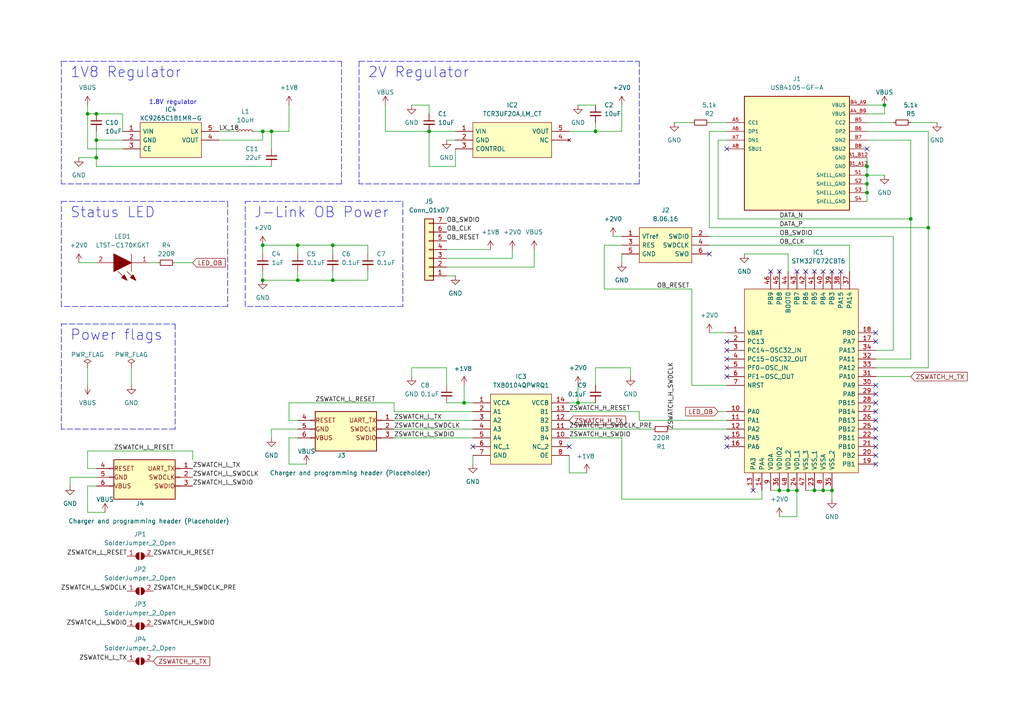
<source format=kicad_sch>
(kicad_sch (version 20211123) (generator eeschema)
  (paper "A4")
  (title_block (title "ZSWatch Dock Programmer and Charger") (rev "1") (company "Jakob Krantz"))
  (lib_symbols
    (symbol "Connector_Generic:Conn_01x07" (pin_names (offset 1.016) hide)
      (property "Reference" "J" (at 0 10.16 0))
      (property "Value" "Conn_01x07" (at 0 -10.16 0))
      (symbol "Conn_01x07_1_1"
        (rectangle (start -1.27 -7.493) (end 0 -7.747) (stroke (width 0.1524)))
        (rectangle (start -1.27 -4.953) (end 0 -5.207) (stroke (width 0.1524)))
        (rectangle (start -1.27 -2.413) (end 0 -2.667) (stroke (width 0.1524)))
        (rectangle (start -1.27 0.127) (end 0 -0.127) (stroke (width 0.1524)))
        (rectangle (start -1.27 2.667) (end 0 2.413) (stroke (width 0.1524)))
        (rectangle (start -1.27 5.207) (end 0 4.953) (stroke (width 0.1524)))
        (rectangle (start -1.27 7.747) (end 0 7.493) (stroke (width 0.1524)))
        (rectangle (start -1.27 8.89) (end 1.27 -8.89) (stroke (width 0.254)) (fill (type background)))
        (pin passive line (at -5.08 7.62 0) (length 3.81) (name "Pin_1") (number "1"))
        (pin passive line (at -5.08 5.08 0) (length 3.81) (name "Pin_2") (number "2"))
        (pin passive line (at -5.08 2.54 0) (length 3.81) (name "Pin_3") (number "3"))
        (pin passive line (at -5.08 0 0) (length 3.81) (name "Pin_4") (number "4"))
        (pin passive line (at -5.08 -2.54 0) (length 3.81) (name "Pin_5") (number "5"))
        (pin passive line (at -5.08 -5.08 0) (length 3.81) (name "Pin_6") (number "6"))
        (pin passive line (at -5.08 -7.62 0) (length 3.81) (name "Pin_7") (number "7"))
      )
    )
    (symbol "Connector_Generic:Conn_02x04_Counter_Clockwise" (pin_names (offset 1.016) hide)
      (property "Reference" "J?" (at 0 7.62 0))
      (property "Value" "Charger and programming header (Placeholder)" (at 2.54 10.16 0))
      (symbol "Conn_02x04_Counter_Clockwise_0_0"
        (text "GND" (at 5.08 0 0) (effects (font (size 1.27 1.27)) (justify right)))
        (text "RESET" (at 5.08 2.54 0) (effects (font (size 1.27 1.27)) (justify right)))
        (text "SWDCLK" (at -12.7 0 0) (effects (font (size 1.27 1.27)) (justify left)))
        (text "SWDIO" (at -12.7 -2.54 0) (effects (font (size 1.27 1.27)) (justify left)))
        (text "UART_TX" (at -12.7 2.54 0) (effects (font (size 1.27 1.27)) (justify left)))
        (text "VBUS" (at 5.08 -2.54 0) (effects (font (size 1.27 1.27)) (justify right)))
      )
      (symbol "Conn_02x04_Counter_Clockwise_1_1"
        (rectangle (start -13.97 -2.413) (end -12.7 -2.667) (stroke (width 0.1524)))
        (rectangle (start -13.97 0.127) (end -12.7 -0.127) (stroke (width 0.1524)))
        (rectangle (start -13.97 2.667) (end -12.7 2.413) (stroke (width 0.1524)))
        (rectangle (start -12.7 5.08) (end 5.08 -6.35) (stroke (width 0.254)) (fill (type background)))
        (rectangle (start 6.35 -2.413) (end 5.08 -2.667) (stroke (width 0.1524)))
        (rectangle (start 6.35 0.127) (end 5.08 -0.127) (stroke (width 0.1524)))
        (rectangle (start 6.35 2.667) (end 5.08 2.413) (stroke (width 0.1524)))
        (pin passive line (at -17.78 2.54 0) (length 3.81) (name "Pin_1") (number "1"))
        (pin passive line (at -17.78 0 0) (length 3.81) (name "Pin_2") (number "2"))
        (pin passive line (at -17.78 -2.54 0) (length 3.81) (name "Pin_3") (number "3"))
        (pin passive line (at 10.16 2.54 180) (length 3.81) (name "Pin_4") (number "4"))
        (pin passive line (at 10.16 0 180) (length 3.81) (name "Pin_5") (number "5"))
        (pin passive line (at 10.16 -2.54 180) (length 3.81) (name "Pin_6") (number "6"))
      )
    )
    (symbol "Device:C_Small" (pin_numbers hide) (pin_names (offset 0.254) hide)
      (property "Reference" "C" (at 0.254 1.778 0))
      (property "Value" "C_Small" (at 0.254 -2.032 0))
      (symbol "C_Small_0_1"
        (polyline (pts (xy -1.524 -0.508) (xy 1.524 -0.508)) (stroke (width 0.3302)))
        (polyline (pts (xy -1.524 0.508) (xy 1.524 0.508)) (stroke (width 0.3048)))
      )
      (symbol "C_Small_1_1"
        (pin passive line (at 0 2.54 270) (length 2.032) (name "~") (number "1"))
        (pin passive line (at 0 -2.54 90) (length 2.032) (name "~") (number "2"))
      )
    )
    (symbol "Device:L_Small" (pin_numbers hide) (pin_names (offset 0.254) hide)
      (property "Reference" "L" (at 0.762 1.016 0))
      (property "Value" "L_Small" (at 0.762 -1.016 0))
      (symbol "L_Small_0_1"
        (arc (start 0 -2.032) (mid 0.508 -1.524) (end 0 -1.016))
        (arc (start 0 -1.016) (mid 0.508 -0.508) (end 0 0))
        (arc (start 0 0) (mid 0.508 0.508) (end 0 1.016))
        (arc (start 0 1.016) (mid 0.508 1.524) (end 0 2.032))
      )
      (symbol "L_Small_1_1"
        (pin passive line (at 0 2.54 270) (length 0.508) (name "~") (number "1"))
        (pin passive line (at 0 -2.54 90) (length 0.508) (name "~") (number "2"))
      )
    )
    (symbol "Device:R_Small" (pin_numbers hide) (pin_names (offset 0.254) hide)
      (property "Reference" "R" (at 0.762 0.508 0))
      (property "Value" "R_Small" (at 0.762 -1.016 0))
      (symbol "R_Small_0_1"
        (rectangle (start -0.762 1.778) (end 0.762 -1.778) (stroke (width 0.2032)))
      )
      (symbol "R_Small_1_1"
        (pin passive line (at 0 2.54 270) (length 0.762) (name "~") (number "1"))
        (pin passive line (at 0 -2.54 90) (length 0.762) (name "~") (number "2"))
      )
    )
    (symbol "Jumper:SolderJumper_2_Open" (pin_names (offset 0) hide)
      (property "Reference" "JP" (at 0 2.032 0))
      (property "Value" "SolderJumper_2_Open" (at 0 -2.54 0))
      (symbol "SolderJumper_2_Open_0_1"
        (arc (start -0.254 1.016) (mid -1.27 0) (end -0.254 -1.016))
        (arc (start -0.254 1.016) (mid -1.27 0) (end -0.254 -1.016) (fill (type outline)))
        (polyline (pts (xy -0.254 1.016) (xy -0.254 -1.016)))
        (polyline (pts (xy 0.254 1.016) (xy 0.254 -1.016)))
        (arc (start 0.254 -1.016) (mid 1.27 0) (end 0.254 1.016))
        (arc (start 0.254 -1.016) (mid 1.27 0) (end 0.254 1.016) (fill (type outline)))
      )
      (symbol "SolderJumper_2_Open_1_1"
        (pin passive line (at -3.81 0 0) (length 2.54) (name "A") (number "1"))
        (pin passive line (at 3.81 0 180) (length 2.54) (name "B") (number "2"))
      )
    )
    (symbol "SamacSys_Parts:8.06.16" (pin_names (offset 0.762))
      (property "Reference" "J2" (at 10.16 7.62 0))
      (property "Value" "8.06.16" (at 10.16 5.08 0))
      (symbol "8.06.16_0_0"
        (pin passive line (at -5.08 0 0) (length 5.08) (name "VTref") (number "1"))
        (pin passive line (at 20.32 0 180) (length 5.08) (name "SWDIO") (number "2"))
        (pin passive line (at -5.08 -2.54 0) (length 5.08) (name "RES") (number "3"))
        (pin passive line (at 20.32 -2.54 180) (length 5.08) (name "SWDCLK") (number "4"))
        (pin passive line (at -5.08 -5.08 0) (length 5.08) (name "GND") (number "5"))
        (pin passive line (at 20.32 -5.08 180) (length 5.08) (name "SWO") (number "6"))
      )
      (symbol "8.06.16_0_1"
        (polyline (pts (xy 0 2.54) (xy 15.24 2.54) (xy 15.24 -7.62) (xy 0 -7.62) (xy 0 2.54)) (stroke (width 0.1524)) (fill (type background)))
      )
    )
    (symbol "SamacSys_Parts:LTST-C170KGKT" (pin_names (offset 0.762))
      (property "Reference" "LED" (at 12.7 8.89 0))
      (property "Value" "LTST-C170KGKT" (at 12.7 6.35 0))
      (symbol "LTST-C170KGKT_0_0"
        (pin passive line (at 0 0 0) (length 2.54) (name "~") (number "1"))
        (pin passive line (at 15.24 0 180) (length 2.54) (name "~") (number "2"))
      )
      (symbol "LTST-C170KGKT_0_1"
        (polyline (pts (xy 2.54 0) (xy 5.08 0)) (stroke (width 0.1524)))
        (polyline (pts (xy 5.08 2.54) (xy 5.08 -2.54)) (stroke (width 0.1524)))
        (polyline (pts (xy 6.35 2.54) (xy 3.81 5.08)) (stroke (width 0.1524)))
        (polyline (pts (xy 8.89 2.54) (xy 6.35 5.08)) (stroke (width 0.1524)))
        (polyline (pts (xy 10.16 0) (xy 12.7 0)) (stroke (width 0.1524)))
        (polyline (pts (xy 5.08 0) (xy 10.16 2.54) (xy 10.16 -2.54) (xy 5.08 0)) (stroke (width 0.254)) (fill (type outline)))
        (polyline (pts (xy 5.334 4.318) (xy 4.572 3.556) (xy 3.81 5.08) (xy 5.334 4.318)) (stroke (width 0.254)) (fill (type outline)))
        (polyline (pts (xy 7.874 4.318) (xy 7.112 3.556) (xy 6.35 5.08) (xy 7.874 4.318)) (stroke (width 0.254)) (fill (type outline)))
      )
    )
    (symbol "SamacSys_Parts:STM32F072CBT6" (pin_names (offset 0.762))
      (property "Reference" "IC1" (at 22.86 22.86 0))
      (property "Value" "STM32F072CBT6" (at 22.86 20.32 0))
      (symbol "STM32F072CBT6_0_0"
        (pin passive line (at 0 0 0) (length 5.08) (name "VBAT") (number "1"))
        (pin passive line (at 0 -22.86 0) (length 5.08) (name "PA0") (number "10"))
        (pin passive line (at 0 -25.4 0) (length 5.08) (name "PA1") (number "11"))
        (pin passive line (at 0 -27.94 0) (length 5.08) (name "PA2") (number "12"))
        (pin passive line (at 7.62 -45.72 90) (length 5.08) (name "PA3") (number "13"))
        (pin passive line (at 10.16 -45.72 90) (length 5.08) (name "PA4") (number "14"))
        (pin passive line (at 0 -30.48 0) (length 5.08) (name "PA5") (number "15"))
        (pin passive line (at 0 -33.02 0) (length 5.08) (name "PA6") (number "16"))
        (pin passive line (at 43.18 -2.54 180) (length 5.08) (name "PA7") (number "17"))
        (pin passive line (at 43.18 0 180) (length 5.08) (name "PB0") (number "18"))
        (pin passive line (at 43.18 -38.1 180) (length 5.08) (name "PB1") (number "19"))
        (pin passive line (at 0 -2.54 0) (length 5.08) (name "PC13") (number "2"))
        (pin passive line (at 43.18 -35.56 180) (length 5.08) (name "PB2") (number "20"))
        (pin passive line (at 43.18 -33.02 180) (length 5.08) (name "PB10") (number "21"))
        (pin passive line (at 43.18 -30.48 180) (length 5.08) (name "PB11") (number "22"))
        (pin passive line (at 25.4 -45.72 90) (length 5.08) (name "VSS_1") (number "23"))
        (pin passive line (at 20.32 -45.72 90) (length 5.08) (name "VDD_1") (number "24"))
        (pin passive line (at 43.18 -27.94 180) (length 5.08) (name "PB12") (number "25"))
        (pin passive line (at 43.18 -25.4 180) (length 5.08) (name "PB13") (number "26"))
        (pin passive line (at 43.18 -22.86 180) (length 5.08) (name "PB14") (number "27"))
        (pin passive line (at 43.18 -20.32 180) (length 5.08) (name "PB15") (number "28"))
        (pin passive line (at 43.18 -17.78 180) (length 5.08) (name "PA8") (number "29"))
        (pin passive line (at 0 -5.08 0) (length 5.08) (name "PC14-OSC32_IN") (number "3"))
        (pin passive line (at 43.18 -15.24 180) (length 5.08) (name "PA9") (number "30"))
        (pin passive line (at 43.18 -12.7 180) (length 5.08) (name "PA10") (number "31"))
        (pin passive line (at 43.18 -7.62 180) (length 5.08) (name "PA11") (number "32"))
        (pin passive line (at 43.18 -10.16 180) (length 5.08) (name "PA12") (number "33"))
        (pin passive line (at 43.18 -5.08 180) (length 5.08) (name "PA13") (number "34"))
        (pin passive line (at 30.48 -45.72 90) (length 5.08) (name "VSS_2") (number "35"))
        (pin passive line (at 15.24 -45.72 90) (length 5.08) (name "VDDIO2") (number "36"))
        (pin passive line (at 35.56 17.78 270) (length 5.08) (name "PA14") (number "37"))
        (pin passive line (at 33.02 17.78 270) (length 5.08) (name "PA15") (number "38"))
        (pin passive line (at 30.48 17.78 270) (length 5.08) (name "PB3") (number "39"))
        (pin passive line (at 0 -7.62 0) (length 5.08) (name "PC15-OSC32_OUT") (number "4"))
        (pin passive line (at 27.94 17.78 270) (length 5.08) (name "PB4") (number "40"))
        (pin passive line (at 25.4 17.78 270) (length 5.08) (name "PB5") (number "41"))
        (pin passive line (at 22.86 17.78 270) (length 5.08) (name "PB6") (number "42"))
        (pin passive line (at 20.32 17.78 270) (length 5.08) (name "PB7") (number "43"))
        (pin passive line (at 17.78 17.78 270) (length 5.08) (name "BOOT0") (number "44"))
        (pin passive line (at 15.24 17.78 270) (length 5.08) (name "PB8") (number "45"))
        (pin passive line (at 12.7 17.78 270) (length 5.08) (name "PB9") (number "46"))
        (pin passive line (at 22.86 -45.72 90) (length 5.08) (name "VSS_3") (number "47"))
        (pin passive line (at 17.78 -45.72 90) (length 5.08) (name "VDD_2") (number "48"))
        (pin passive line (at 0 -10.16 0) (length 5.08) (name "PF0-OSC_IN") (number "5"))
        (pin passive line (at 0 -12.7 0) (length 5.08) (name "PF1-OSC_OUT") (number "6"))
        (pin passive line (at 0 -15.24 0) (length 5.08) (name "NRST") (number "7"))
        (pin passive line (at 27.94 -45.72 90) (length 5.08) (name "VSSA") (number "8"))
        (pin passive line (at 12.7 -45.72 90) (length 5.08) (name "VDDA") (number "9"))
      )
      (symbol "STM32F072CBT6_0_1"
        (polyline (pts (xy 5.08 12.7) (xy 38.1 12.7) (xy 38.1 -40.64) (xy 5.08 -40.64) (xy 5.08 12.7)) (stroke (width 0.1524)) (fill (type background)))
      )
    )
    (symbol "SamacSys_Parts:TCR3UF20A,LM_CT" (pin_names (offset 0.762))
      (property "Reference" "IC2" (at 16.51 7.62 0))
      (property "Value" "TCR3UF20A,LM_CT" (at 16.51 5.08 0))
      (symbol "TCR3UF20A,LM_CT_0_0"
        (pin passive line (at 0 0 0) (length 5.08) (name "VIN") (number "1"))
        (pin passive line (at 0 -2.54 0) (length 5.08) (name "GND") (number "2"))
        (pin passive line (at 0 -5.08 0) (length 5.08) (name "CONTROL") (number "3"))
        (pin no_connect line (at 33.02 -2.54 180) (length 5.08) (name "NC") (number "4"))
        (pin power_out line (at 33.02 0 180) (length 5.08) (name "VOUT") (number "5"))
      )
      (symbol "TCR3UF20A,LM_CT_0_1"
        (polyline (pts (xy 5.08 2.54) (xy 27.94 2.54) (xy 27.94 -7.62) (xy 5.08 -7.62) (xy 5.08 2.54)) (stroke (width 0.1524)) (fill (type background)))
      )
    )
    (symbol "SamacSys_Parts:TXB0104QPWRQ1" (pin_names (offset 0.762))
      (property "Reference" "IC?" (at 13.97 7.62 0))
      (property "Value" "TXB0104QPWRQ1" (at 13.97 5.08 0))
      (symbol "TXB0104QPWRQ1_0_0"
        (pin passive line (at 0 0 0) (length 5.08) (name "VCCA") (number "1"))
        (pin passive line (at 27.94 -10.16 180) (length 5.08) (name "B4") (number "10"))
        (pin passive line (at 27.94 -7.62 180) (length 5.08) (name "B3") (number "11"))
        (pin passive line (at 27.94 -5.08 180) (length 5.08) (name "B2") (number "12"))
        (pin passive line (at 27.94 -2.54 180) (length 5.08) (name "B1") (number "13"))
        (pin passive line (at 27.94 0 180) (length 5.08) (name "VCCB") (number "14"))
        (pin passive line (at 0 -2.54 0) (length 5.08) (name "A1") (number "2"))
        (pin passive line (at 0 -5.08 0) (length 5.08) (name "A2") (number "3"))
        (pin passive line (at 0 -7.62 0) (length 5.08) (name "A3") (number "4"))
        (pin passive line (at 0 -10.16 0) (length 5.08) (name "A4") (number "5"))
        (pin passive line (at 0 -12.7 0) (length 5.08) (name "NC_1") (number "6"))
        (pin passive line (at 0 -15.24 0) (length 5.08) (name "GND") (number "7"))
        (pin passive line (at 27.94 -15.24 180) (length 5.08) (name "OE") (number "8"))
        (pin passive line (at 27.94 -12.7 180) (length 5.08) (name "NC_2") (number "9"))
      )
      (symbol "TXB0104QPWRQ1_0_1"
        (polyline (pts (xy 5.08 2.54) (xy 22.86 2.54) (xy 22.86 -17.78) (xy 5.08 -17.78) (xy 5.08 2.54)) (stroke (width 0.1524)) (fill (type background)))
      )
    )
    (symbol "SamacSys_Parts:XC9265C181MR-G" (pin_names (offset 0.762))
      (property "Reference" "IC2" (at 13.97 6.35 0))
      (property "Value" "XC9265C181MR-G" (at 13.97 3.81 0))
      (symbol "XC9265C181MR-G_0_0"
        (pin passive line (at 0 0 0) (length 5.08) (name "VIN") (number "1"))
        (pin passive line (at 0 -2.54 0) (length 5.08) (name "GND") (number "2"))
        (pin passive line (at 0 -5.08 0) (length 5.08) (name "CE") (number "3"))
        (pin power_out line (at 27.94 -2.54 180) (length 5.08) (name "VOUT") (number "4"))
        (pin passive line (at 27.94 0 180) (length 5.08) (name "LX") (number "5"))
      )
      (symbol "XC9265C181MR-G_0_1"
        (polyline (pts (xy 5.08 2.54) (xy 22.86 2.54) (xy 22.86 -7.62) (xy 5.08 -7.62) (xy 5.08 2.54)) (stroke (width 0.1524)) (fill (type background)))
      )
    )
    (symbol "USB4105-GF-A:USB4105-GF-A" (pin_names (offset 1.016))
      (property "Reference" "J1" (at 0 17.78 0))
      (property "Value" "USB4105-GF-A" (at 0 15.24 0))
      (symbol "USB4105-GF-A_0_0"
        (rectangle (start -15.24 12.7) (end 15.24 -20.32) (stroke (width 0.254)) (fill (type background)))
        (pin power_in line (at 20.32 -5.08 180) (length 5.08) (name "GND") (number "A1_B12"))
        (pin power_in line (at 20.32 7.62 180) (length 5.08) (name "VBUS") (number "A4_B9"))
        (pin bidirectional line (at -20.32 5.08 0) (length 5.08) (name "CC1") (number "A5"))
        (pin bidirectional line (at -20.32 2.54 0) (length 5.08) (name "DP1") (number "A6"))
        (pin bidirectional line (at -20.32 0 0) (length 5.08) (name "DN1") (number "A7"))
        (pin bidirectional line (at -20.32 -2.54 0) (length 5.08) (name "SBU1") (number "A8"))
        (pin power_in line (at 20.32 -7.62 180) (length 5.08) (name "GND") (number "B1_A12"))
        (pin power_in line (at 20.32 10.16 180) (length 5.08) (name "VBUS") (number "B4_A9"))
        (pin bidirectional line (at 20.32 5.08 180) (length 5.08) (name "CC2") (number "B5"))
        (pin bidirectional line (at 20.32 2.54 180) (length 5.08) (name "DP2") (number "B6"))
        (pin bidirectional line (at 20.32 0 180) (length 5.08) (name "DN2") (number "B7"))
        (pin bidirectional line (at 20.32 -2.54 180) (length 5.08) (name "SBU2") (number "B8"))
        (pin power_in line (at 20.32 -10.16 180) (length 5.08) (name "SHELL_GND") (number "S1"))
        (pin power_in line (at 20.32 -12.7 180) (length 5.08) (name "SHELL_GND") (number "S2"))
        (pin power_in line (at 20.32 -15.24 180) (length 5.08) (name "SHELL_GND") (number "S3"))
        (pin power_in line (at 20.32 -17.78 180) (length 5.08) (name "SHELL_GND") (number "S4"))
      )
    )
    (symbol "power:+1V8" (power) (pin_names (offset 0))
      (property "Value" "+1V8" (at 0 3.556 0))
      (symbol "+1V8_0_1"
        (polyline (pts (xy -0.762 1.27) (xy 0 2.54)))
        (polyline (pts (xy 0 0) (xy 0 2.54)))
        (polyline (pts (xy 0 2.54) (xy 0.762 1.27)))
      )
      (symbol "+1V8_1_1"
        (pin power_in line (at 0 0 90) (length 0) hide (name "+1V8") (number "1"))
      )
    )
    (symbol "power:+2V0" (power) (pin_names (offset 0))
      (property "Value" "+2V0" (at 0 3.556 0))
      (symbol "+2V0_0_1"
        (polyline (pts (xy -0.762 1.27) (xy 0 2.54)))
        (polyline (pts (xy 0 0) (xy 0 2.54)))
        (polyline (pts (xy 0 2.54) (xy 0.762 1.27)))
      )
      (symbol "+2V0_1_1"
        (pin power_in line (at 0 0 90) (length 0) hide (name "+2V0") (number "1"))
      )
    )
    (symbol "power:GND" (power) (pin_names (offset 0))
      (property "Value" "GND" (at 0 -3.81 0))
      (symbol "GND_0_1"
        (polyline (pts (xy 0 0) (xy 0 -1.27) (xy 1.27 -1.27) (xy 0 -2.54) (xy -1.27 -1.27) (xy 0 -1.27)))
      )
      (symbol "GND_1_1"
        (pin power_in line (at 0 0 270) (length 0) hide (name "GND") (number "1"))
      )
    )
    (symbol "power:PWR_FLAG" (power) (pin_numbers hide) (pin_names (offset 0) hide)
      (property "Value" "PWR_FLAG" (at 0 3.81 0))
      (symbol "PWR_FLAG_0_0"
        (pin power_out line (at 0 0 90) (length 0) (name "pwr") (number "1"))
      )
      (symbol "PWR_FLAG_0_1"
        (polyline (pts (xy 0 0) (xy 0 1.27) (xy -1.016 1.905) (xy 0 2.54) (xy 1.016 1.905) (xy 0 1.27)))
      )
    )
    (symbol "power:VBUS" (power) (pin_names (offset 0))
      (property "Value" "VBUS" (at 0 3.81 0))
      (symbol "VBUS_0_1"
        (polyline (pts (xy -0.762 1.27) (xy 0 2.54)))
        (polyline (pts (xy 0 0) (xy 0 2.54)))
        (polyline (pts (xy 0 2.54) (xy 0.762 1.27)))
      )
      (symbol "VBUS_1_1"
        (pin power_in line (at 0 0 90) (length 0) hide (name "VBUS") (number "1"))
      )
    )
  )
  (junction (at 86.36 71.12))
  (junction (at 86.36 81.28))
  (junction (at 96.52 81.28))
  (junction (at 251.46 48.26))
  (junction (at 167.64 116.84))
  (junction (at 172.72 38.1))
  (junction (at 27.94 40.64))
  (junction (at 134.62 116.84))
  (junction (at 236.22 142.24))
  (junction (at 76.2 38.1))
  (junction (at 96.52 71.12))
  (junction (at 226.06 142.24))
  (junction (at 76.2 71.12))
  (junction (at 228.6 142.24))
  (junction (at 251.46 50.8))
  (junction (at 269.24 66.04))
  (junction (at 27.94 33.02))
  (junction (at 256.54 30.48))
  (junction (at 231.14 142.24))
  (junction (at 124.46 38.1))
  (junction (at 78.74 38.1))
  (junction (at 264.16 63.5))
  (junction (at 76.2 81.28))
  (junction (at 251.46 55.88))
  (junction (at 27.94 45.72))
  (junction (at 251.46 53.34))
  (junction (at 241.3 142.24))
  (junction (at 238.76 142.24))
  (junction (at 25.4 33.02))
  (no_connect (at 210.82 127))
  (no_connect (at 210.82 129.54))
  (no_connect (at 254 99.06))
  (no_connect (at 243.84 78.74))
  (no_connect (at 238.76 78.74))
  (no_connect (at 233.68 78.74))
  (no_connect (at 226.06 78.74))
  (no_connect (at 231.14 78.74))
  (no_connect (at 236.22 78.74))
  (no_connect (at 223.52 78.74))
  (no_connect (at 241.3 78.74))
  (no_connect (at 218.44 142.24))
  (no_connect (at 210.82 109.22))
  (no_connect (at 210.82 106.68))
  (no_connect (at 210.82 101.6))
  (no_connect (at 210.82 104.14))
  (no_connect (at 210.82 99.06))
  (no_connect (at 137.16 129.54))
  (no_connect (at 165.1 129.54))
  (no_connect (at 205.74 73.66))
  (no_connect (at 254 124.46))
  (no_connect (at 254 121.92))
  (no_connect (at 254 134.62))
  (no_connect (at 254 129.54))
  (no_connect (at 254 119.38))
  (no_connect (at 254 111.76))
  (no_connect (at 254 96.52))
  (no_connect (at 254 116.84))
  (no_connect (at 254 114.3))
  (no_connect (at 254 132.08))
  (no_connect (at 254 127))
  (no_connect (at 210.82 43.18))
  (no_connect (at 251.46 43.18))
  (wire (pts (xy 182.88 106.68) (xy 182.88 109.22)))
  (wire (pts (xy 27.94 45.72) (xy 27.94 48.26)))
  (wire (pts (xy 25.4 106.68) (xy 25.4 111.76)))
  (wire (pts (xy 172.72 35.56) (xy 172.72 38.1)))
  (wire (pts (xy 205.74 71.12) (xy 246.38 71.12)))
  (wire (pts (xy 78.74 38.1) (xy 83.82 38.1)))
  (wire (pts (xy 172.72 106.68) (xy 182.88 106.68)))
  (wire (pts (xy 124.46 48.26) (xy 132.08 48.26)))
  (wire (pts (xy 76.2 40.64) (xy 76.2 38.1)))
  (wire (pts (xy 35.56 38.1) (xy 35.56 33.02)))
  (wire (pts (xy 78.74 124.46) (xy 78.74 127)))
  (wire (pts (xy 208.28 40.64) (xy 208.28 63.5)))
  (polyline (pts (xy 71.12 88.9) (xy 71.12 58.42)))
  (wire (pts (xy 20.32 138.43) (xy 20.32 140.97)))
  (wire (pts (xy 205.74 68.58) (xy 259.08 68.58)))
  (wire (pts (xy 180.34 73.66) (xy 180.34 76.2)))
  (wire (pts (xy 208.28 63.5) (xy 264.16 63.5)))
  (wire (pts (xy 226.06 149.86) (xy 231.14 149.86)))
  (wire (pts (xy 106.68 81.28) (xy 106.68 78.74)))
  (wire (pts (xy 165.1 119.38) (xy 185.42 119.38)))
  (wire (pts (xy 25.4 148.59) (xy 30.48 148.59)))
  (wire (pts (xy 137.16 132.08) (xy 137.16 134.62)))
  (wire (pts (xy 180.34 30.48) (xy 180.34 38.1)))
  (wire (pts (xy 251.46 40.64) (xy 264.16 40.64)))
  (wire (pts (xy 231.14 149.86) (xy 231.14 142.24)))
  (wire (pts (xy 194.31 124.46) (xy 210.82 124.46)))
  (wire (pts (xy 83.82 38.1) (xy 83.82 30.48)))
  (polyline (pts (xy 99.06 17.78) (xy 99.06 53.34)))
  (wire (pts (xy 254 106.68) (xy 269.24 106.68)))
  (wire (pts (xy 175.26 83.82) (xy 175.26 71.12)))
  (wire (pts (xy 83.82 121.92) (xy 86.36 121.92)))
  (wire (pts (xy 68.58 38.1) (xy 63.5 38.1)))
  (wire (pts (xy 86.36 71.12) (xy 86.36 73.66)))
  (wire (pts (xy 172.72 111.76) (xy 172.72 106.68)))
  (wire (pts (xy 259.08 68.58) (xy 259.08 101.6)))
  (wire (pts (xy 180.34 127) (xy 180.34 144.78)))
  (wire (pts (xy 205.74 96.52) (xy 210.82 96.52)))
  (wire (pts (xy 38.1 106.68) (xy 38.1 111.76)))
  (wire (pts (xy 25.4 33.02) (xy 27.94 33.02)))
  (wire (pts (xy 35.56 40.64) (xy 27.94 40.64)))
  (wire (pts (xy 251.46 35.56) (xy 259.08 35.56)))
  (wire (pts (xy 233.68 142.24) (xy 236.22 142.24)))
  (wire (pts (xy 205.74 38.1) (xy 205.74 66.04)))
  (polyline (pts (xy 50.8 93.98) (xy 50.8 124.46)))
  (wire (pts (xy 210.82 38.1) (xy 205.74 38.1)))
  (wire (pts (xy 83.82 127) (xy 86.36 127)))
  (wire (pts (xy 129.54 106.68) (xy 119.38 106.68)))
  (wire (pts (xy 25.4 130.81) (xy 55.88 130.81)))
  (polyline (pts (xy 17.78 58.42) (xy 66.04 58.42)))
  (wire (pts (xy 256.54 33.02) (xy 256.54 30.48)))
  (polyline (pts (xy 17.78 17.78) (xy 17.78 53.34)))
  (wire (pts (xy 86.36 81.28) (xy 86.36 78.74)))
  (wire (pts (xy 254 101.6) (xy 259.08 101.6)))
  (polyline (pts (xy 104.14 17.78) (xy 104.14 53.34)))
  (polyline (pts (xy 71.12 58.42) (xy 116.84 58.42)))
  (wire (pts (xy 154.94 72.39) (xy 154.94 77.47)))
  (wire (pts (xy 96.52 81.28) (xy 96.52 78.74)))
  (wire (pts (xy 114.3 124.46) (xy 137.16 124.46)))
  (wire (pts (xy 205.74 35.56) (xy 210.82 35.56)))
  (wire (pts (xy 148.59 74.93) (xy 148.59 72.39)))
  (wire (pts (xy 167.64 111.76) (xy 167.64 116.84)))
  (wire (pts (xy 167.64 30.48) (xy 172.72 30.48)))
  (polyline (pts (xy 17.78 17.78) (xy 99.06 17.78)))
  (wire (pts (xy 114.3 121.92) (xy 137.16 121.92)))
  (wire (pts (xy 129.54 40.64) (xy 132.08 40.64)))
  (wire (pts (xy 195.58 35.56) (xy 200.66 35.56)))
  (polyline (pts (xy 104.14 17.78) (xy 185.42 17.78)))
  (wire (pts (xy 269.24 66.04) (xy 269.24 106.68)))
  (wire (pts (xy 83.82 127) (xy 83.82 134.62)))
  (wire (pts (xy 129.54 111.76) (xy 129.54 106.68)))
  (wire (pts (xy 114.3 116.84) (xy 114.3 119.38)))
  (wire (pts (xy 43.18 76.2) (xy 45.72 76.2)))
  (wire (pts (xy 236.22 142.24) (xy 238.76 142.24)))
  (wire (pts (xy 220.98 144.78) (xy 220.98 142.24)))
  (wire (pts (xy 119.38 106.68) (xy 119.38 109.22)))
  (polyline (pts (xy 17.78 93.98) (xy 50.8 93.98)))
  (wire (pts (xy 25.4 30.48) (xy 25.4 33.02)))
  (wire (pts (xy 35.56 43.18) (xy 25.4 43.18)))
  (polyline (pts (xy 66.04 88.9) (xy 17.78 88.9)))
  (wire (pts (xy 124.46 38.1) (xy 124.46 48.26)))
  (wire (pts (xy 76.2 38.1) (xy 78.74 38.1)))
  (wire (pts (xy 177.8 68.58) (xy 180.34 68.58)))
  (wire (pts (xy 205.74 66.04) (xy 269.24 66.04)))
  (wire (pts (xy 251.46 55.88) (xy 251.46 58.42)))
  (wire (pts (xy 83.82 134.62) (xy 88.9 134.62)))
  (wire (pts (xy 251.46 30.48) (xy 256.54 30.48)))
  (wire (pts (xy 215.9 73.66) (xy 228.6 73.66)))
  (wire (pts (xy 27.94 40.64) (xy 27.94 45.72)))
  (polyline (pts (xy 185.42 53.34) (xy 104.14 53.34)))
  (wire (pts (xy 63.5 40.64) (xy 76.2 40.64)))
  (wire (pts (xy 27.94 48.26) (xy 78.74 48.26)))
  (wire (pts (xy 106.68 73.66) (xy 106.68 71.12)))
  (wire (pts (xy 35.56 33.02) (xy 27.94 33.02)))
  (wire (pts (xy 129.54 80.01) (xy 132.08 80.01)))
  (wire (pts (xy 165.1 132.08) (xy 165.1 137.16)))
  (wire (pts (xy 251.46 53.34) (xy 251.46 55.88)))
  (wire (pts (xy 76.2 81.28) (xy 86.36 81.28)))
  (wire (pts (xy 119.38 30.48) (xy 124.46 30.48)))
  (wire (pts (xy 264.16 63.5) (xy 264.16 104.14)))
  (wire (pts (xy 165.1 116.84) (xy 167.64 116.84)))
  (wire (pts (xy 226.06 142.24) (xy 228.6 142.24)))
  (wire (pts (xy 78.74 38.1) (xy 78.74 43.18)))
  (wire (pts (xy 25.4 135.89) (xy 25.4 130.81)))
  (wire (pts (xy 165.1 127) (xy 180.34 127)))
  (wire (pts (xy 251.46 33.02) (xy 256.54 33.02)))
  (wire (pts (xy 132.08 48.26) (xy 132.08 43.18)))
  (wire (pts (xy 86.36 124.46) (xy 78.74 124.46)))
  (wire (pts (xy 228.6 142.24) (xy 231.14 142.24)))
  (polyline (pts (xy 66.04 58.42) (xy 66.04 88.9)))
  (wire (pts (xy 124.46 30.48) (xy 124.46 33.02)))
  (wire (pts (xy 25.4 140.97) (xy 25.4 148.59)))
  (wire (pts (xy 22.86 45.72) (xy 27.94 45.72)))
  (wire (pts (xy 96.52 71.12) (xy 86.36 71.12)))
  (wire (pts (xy 83.82 121.92) (xy 83.82 116.84)))
  (wire (pts (xy 185.42 121.92) (xy 210.82 121.92)))
  (wire (pts (xy 269.24 38.1) (xy 269.24 66.04)))
  (wire (pts (xy 124.46 38.1) (xy 132.08 38.1)))
  (wire (pts (xy 180.34 144.78) (xy 220.98 144.78)))
  (wire (pts (xy 76.2 81.28) (xy 76.2 78.74)))
  (wire (pts (xy 134.62 111.76) (xy 134.62 116.84)))
  (wire (pts (xy 114.3 119.38) (xy 137.16 119.38)))
  (wire (pts (xy 264.16 40.64) (xy 264.16 63.5)))
  (wire (pts (xy 96.52 81.28) (xy 106.68 81.28)))
  (wire (pts (xy 111.76 38.1) (xy 124.46 38.1)))
  (wire (pts (xy 83.82 116.84) (xy 114.3 116.84)))
  (polyline (pts (xy 116.84 88.9) (xy 71.12 88.9)))
  (polyline (pts (xy 185.42 17.78) (xy 185.42 53.34)))
  (wire (pts (xy 25.4 140.97) (xy 27.94 140.97)))
  (wire (pts (xy 251.46 48.26) (xy 251.46 50.8)))
  (wire (pts (xy 208.28 119.38) (xy 210.82 119.38)))
  (wire (pts (xy 251.46 50.8) (xy 256.54 50.8)))
  (wire (pts (xy 180.34 38.1) (xy 172.72 38.1)))
  (wire (pts (xy 73.66 38.1) (xy 76.2 38.1)))
  (wire (pts (xy 228.6 73.66) (xy 228.6 78.74)))
  (wire (pts (xy 50.8 76.2) (xy 55.88 76.2)))
  (wire (pts (xy 134.62 116.84) (xy 137.16 116.84)))
  (wire (pts (xy 25.4 135.89) (xy 27.94 135.89)))
  (wire (pts (xy 27.94 138.43) (xy 20.32 138.43)))
  (polyline (pts (xy 116.84 58.42) (xy 116.84 88.9)))
  (polyline (pts (xy 17.78 88.9) (xy 17.78 58.42)))
  (wire (pts (xy 129.54 116.84) (xy 134.62 116.84)))
  (wire (pts (xy 129.54 72.39) (xy 142.24 72.39)))
  (wire (pts (xy 55.88 130.81) (xy 55.88 133.35)))
  (wire (pts (xy 251.46 38.1) (xy 269.24 38.1)))
  (wire (pts (xy 200.66 111.76) (xy 200.66 83.82)))
  (wire (pts (xy 86.36 81.28) (xy 96.52 81.28)))
  (wire (pts (xy 200.66 111.76) (xy 210.82 111.76)))
  (wire (pts (xy 223.52 142.24) (xy 226.06 142.24)))
  (wire (pts (xy 25.4 43.18) (xy 25.4 33.02)))
  (wire (pts (xy 251.46 45.72) (xy 251.46 48.26)))
  (polyline (pts (xy 99.06 53.34) (xy 17.78 53.34)))
  (wire (pts (xy 200.66 83.82) (xy 175.26 83.82)))
  (wire (pts (xy 165.1 38.1) (xy 172.72 38.1)))
  (wire (pts (xy 185.42 119.38) (xy 185.42 121.92)))
  (wire (pts (xy 210.82 40.64) (xy 208.28 40.64)))
  (wire (pts (xy 165.1 137.16) (xy 170.18 137.16)))
  (wire (pts (xy 246.38 71.12) (xy 246.38 78.74)))
  (wire (pts (xy 241.3 142.24) (xy 241.3 144.78)))
  (wire (pts (xy 167.64 116.84) (xy 172.72 116.84)))
  (wire (pts (xy 27.94 38.1) (xy 27.94 40.64)))
  (polyline (pts (xy 17.78 124.46) (xy 17.78 93.98)))
  (wire (pts (xy 264.16 35.56) (xy 271.78 35.56)))
  (wire (pts (xy 154.94 77.47) (xy 129.54 77.47)))
  (wire (pts (xy 175.26 71.12) (xy 180.34 71.12)))
  (wire (pts (xy 129.54 74.93) (xy 148.59 74.93)))
  (wire (pts (xy 251.46 50.8) (xy 251.46 53.34)))
  (wire (pts (xy 165.1 124.46) (xy 189.23 124.46)))
  (wire (pts (xy 22.86 76.2) (xy 27.94 76.2)))
  (wire (pts (xy 76.2 71.12) (xy 86.36 71.12)))
  (wire (pts (xy 111.76 30.48) (xy 111.76 38.1)))
  (wire (pts (xy 76.2 71.12) (xy 76.2 73.66)))
  (wire (pts (xy 114.3 127) (xy 137.16 127)))
  (wire (pts (xy 238.76 142.24) (xy 241.3 142.24)))
  (wire (pts (xy 106.68 71.12) (xy 96.52 71.12)))
  (polyline (pts (xy 50.8 124.46) (xy 17.78 124.46)))
  (wire (pts (xy 254 109.22) (xy 264.16 109.22)))
  (wire (pts (xy 254 104.14) (xy 264.16 104.14)))
  (wire (pts (xy 96.52 73.66) (xy 96.52 71.12)))
  (text "Status LED" (at 20.32 63.5 0) (effects (font (size 3 3)) (justify left bottom)))
  (text "1.8V regulator" (at 43.18 30.48 0) (effects (font (size 1.27 1.27)) (justify left bottom)))
  (text "1V8 Regulator" (at 20.32 22.86 0) (effects (font (size 3 3)) (justify left bottom)))
  (text "Power flags" (at 20.32 99.06 0) (effects (font (size 3 3)) (justify left bottom)))
  (text "J-Link OB Power" (at 73.66 63.5 0) (effects (font (size 3 3)) (justify left bottom)))
  (text "2V Regulator" (at 106.68 22.86 0) (effects (font (size 3 3)) (justify left bottom)))
  (label "ZSWATCH_L_RESET" (at 36.83 161.29 180))
  (label "ZSWATCH_H_RESET" (at 165.1 119.38 0))
  (label "ZSWATCH_L_SWDCLK" (at 114.3 124.46 0))
  (label "OB_CLK" (at 226.06 71.12 0))
  (label "OB_RESET" (at 190.5 83.82 0))
  (label "ZSWATCH_H_RESET" (at 44.45 161.29 0))
  (label "ZSWATCH_L_SWDIO" (at 36.83 181.61 180))
  (label "ZSWATCH_H_SWDIO" (at 44.45 181.61 0))
  (label "ZSWATCH_L_SWDCLK" (at 36.83 171.45 180))
  (label "ZSWATCH_L_TX" (at 114.3 121.92 0))
  (label "ZSWATCH_H_SWDCLK_PRE" (at 44.45 171.45 0))
  (label "ZSWATCH_H_SWDCLK" (at 195.58 124.46 90))
  (label "ZSWATCH_L_SWDIO" (at 55.88 140.97 0))
  (label "DATA_P" (at 226.06 66.04 0))
  (label "ZSWATCH_H_SWDIO" (at 165.1 127 0))
  (label "ZSWATCH_L_SWDIO" (at 114.3 127 0))
  (label "OB_RESET" (at 129.54 69.85 0))
  (label "OB_SWDIO" (at 226.06 68.58 0))
  (label "OB_SWDIO" (at 129.54 64.77 0))
  (label "ZSWATCH_L_RESET" (at 91.44 116.84 0))
  (label "LX_18" (at 63.5 38.1 0))
  (label "OB_CLK" (at 129.54 67.31 0))
  (label "ZSWATCH_H_SWDCLK_PRE" (at 165.1 124.46 0))
  (label "DATA_N" (at 226.06 63.5 0))
  (label "ZSWATCH_L_TX" (at 36.83 191.77 180))
  (label "ZSWATCH_L_SWDCLK" (at 55.88 138.43 0))
  (label "ZSWATCH_L_RESET" (at 33.02 130.81 0))
  (label "ZSWATCH_L_TX" (at 55.88 135.89 0))
  (global_label "LED_OB" (shape input) (at 208.28 119.38 180) (property "Intersheet References" "${INTERSHEET_REFS}" (effects hide)))
  (global_label "ZSWATCH_H_TX" (shape input) (at 264.16 109.22 0) (property "Intersheet References" "${INTERSHEET_REFS}" (effects hide)))
  (global_label "ZSWATCH_H_TX" (shape input) (at 44.45 191.77 0) (property "Intersheet References" "${INTERSHEET_REFS}" (effects hide)))
  (global_label "LED_OB" (shape input) (at 55.88 76.2 0) (property "Intersheet References" "${INTERSHEET_REFS}" (effects hide)))
  (global_label "ZSWATCH_H_TX" (shape input) (at 165.1 121.92 0) (property "Intersheet References" "${INTERSHEET_REFS}" (effects hide)))
  (symbol (lib_id "SamacSys_Parts:TCR3UF20A,LM_CT") (at 132.08 38.1 0) (unit 1)
    (property "Reference" "IC2" (at 148.59 30.48 0))
    (property "Value" "TCR3UF20A,LM_CT" (at 148.59 33.02 0))
    (property "Footprint" "TCR3UF20ALMCT" (effects hide))
    (property "Datasheet" "https://toshiba.semicon-storage.com/info/docget.jsp?did=68764&prodName=TCR3UF20A" (effects hide))
    (property "Description" "LDO Voltage Regulators (LDO) Reg, Vout: 2.0V Iout: 300mA Auto-Discharge" (effects hide))
    (property "Height" "1.4" (effects hide))
    (property "Mouser Part Number" "757-TCR3UF20ALMCT" (effects hide))
    (property "Mouser Price/Stock" "https://www.mouser.co.uk/ProductDetail/Toshiba/TCR3UF20ALMCT?qs=DPoM0jnrROUzB0ZAzMF1gw%3D%3D" (effects hide))
    (property "Manufacturer_Name" "Toshiba" (effects hide))
    (property "Manufacturer_Part_Number" "TCR3UF20A,LM(CT" (effects hide))
    (property "buy1" "https://www.mouser.se/ProductDetail/Toshiba/TCR3UF20ALMCT?qs=DPoM0jnrROUzB0ZAzMF1gw%3D%3D" (effects hide))
  )
  (symbol (lib_id "Device:C_Small") (at 172.72 33.02 0) (unit 1)
    (property "Reference" "C2" (at 175.26 30.48 0) (effects (justify left)))
    (property "Value" "10uF" (at 175.26 33.02 0) (effects (justify left)))
    (property "Footprint" "Capacitor_SMD:C_0603_1608Metric" (effects hide))
  )
  (symbol (lib_id "Device:C_Small") (at 96.52 76.2 0) (unit 1)
    (property "Reference" "C6" (at 99.06 73.66 0) (effects (justify left)))
    (property "Value" "0.1uF" (at 99.06 76.2 0) (effects (justify left)))
    (property "Footprint" "Capacitor_SMD:C_0603_1608Metric" (effects hide))
  )
  (symbol (lib_id "power:GND") (at 241.3 144.78 0) (unit 1)
    (property "Reference" "#PWR0115" (effects hide))
    (property "Value" "GND" (at 241.3 149.86 0))
  )
  (symbol (lib_id "power:GND") (at 182.88 109.22 0) (unit 1)
    (property "Reference" "#PWR0125" (effects hide))
    (property "Value" "GND" (at 182.88 114.3 0))
  )
  (symbol (lib_id "power:VBUS") (at 256.54 30.48 0) (unit 1)
    (property "Reference" "#PWR0105" (effects hide))
    (property "Value" "VBUS" (at 256.54 26.7716 0))
  )
  (symbol (lib_id "Device:C_Small") (at 106.68 76.2 0) (unit 1)
    (property "Reference" "C7" (at 109.22 73.66 0) (effects (justify left)))
    (property "Value" "0.1uF" (at 109.22 76.2 0) (effects (justify left)))
    (property "Footprint" "Capacitor_SMD:C_0603_1608Metric" (effects hide))
  )
  (symbol (lib_id "power:VBUS") (at 25.4 30.48 0) (unit 1)
    (property "Reference" "#PWR0108" (effects hide))
    (property "Value" "VBUS" (at 25.4 25.4 0))
  )
  (symbol (lib_id "SamacSys_Parts:LTST-C170KGKT") (at 43.18 76.2 180) (unit 1)
    (property "Reference" "LED1" (at 35.56 68.58 0))
    (property "Value" "LTST-C170KGKT" (at 35.56 71.12 0))
    (property "Footprint" "LEDC2012X110N" (effects hide))
    (property "Description" "LED,SMD,0805,Green,35mcd,130deg Lite-On LTST-C170KGKT, CHIPLED 0805 Series Green LED, 571 nm 2012 (0805), Rectangle Lens SMD package" (effects hide))
    (property "Height" "1.1" (effects hide))
    (property "Mouser Part Number" "859-LTST-C170KGKT" (effects hide))
    (property "Mouser Price/Stock" "https://www.mouser.co.uk/ProductDetail/Lite-On/LTST-C170KGKT?qs=o1ACzGp%252Bek3F8d3sLmVFGg%3D%3D" (effects hide))
    (property "Manufacturer_Name" "Lite-On" (effects hide))
    (property "Manufacturer_Part_Number" "LTST-C170KGKT" (effects hide))
    (property "buy1" "https://www.mouser.se/ProductDetail/Lite-On/LTST-C170KGKT?qs=o1ACzGp%252Bek3F8d3sLmVFGg%3D%3D" (effects hide))
  )
  (symbol (lib_id "power:VBUS") (at 88.9 134.62 0) (unit 1)
    (property "Reference" "#PWR0118" (effects hide))
    (property "Value" "VBUS" (at 88.9 130.9116 0))
  )
  (symbol (lib_id "power:+1V8") (at 142.24 72.39 0) (unit 1)
    (property "Reference" "#PWR0135" (effects hide))
    (property "Value" "+1V8" (at 142.24 67.31 0))
  )
  (symbol (lib_id "power:GND") (at 119.38 109.22 0) (unit 1)
    (property "Reference" "#PWR0120" (effects hide))
    (property "Value" "GND" (at 119.38 114.3 0))
  )
  (symbol (lib_id "power:GND") (at 195.58 35.56 0) (unit 1)
    (property "Reference" "#PWR0114" (effects hide))
    (property "Value" "GND" (at 195.58 40.64 0))
  )
  (symbol (lib_id "Connector_Generic:Conn_01x07") (at 124.46 72.39 180) (unit 1)
    (property "Reference" "J5" (at 124.46 58.42 0))
    (property "Value" "Conn_01x07" (at 124.46 60.96 0))
    (property "Footprint" "Connector_PinHeader_2.54mm:PinHeader_1x07_P2.54mm_Horizontal" (effects hide))
  )
  (symbol (lib_id "power:GND") (at 38.1 111.76 0) (unit 1)
    (property "Reference" "#PWR0134" (effects hide))
    (property "Value" "GND" (at 38.1 116.84 0))
  )
  (symbol (lib_id "power:VBUS") (at 25.4 111.76 180) (unit 1)
    (property "Reference" "#PWR0133" (effects hide))
    (property "Value" "VBUS" (at 25.4 116.84 0))
  )
  (symbol (lib_id "Connector_Generic:Conn_02x04_Counter_Clockwise") (at 96.52 124.46 0) (mirror y) (unit 1)
    (property "Reference" "J3" (at 99.06 132.08 0))
    (property "Value" "Charger and programming header (Placeholder)" (at 101.6 137.16 0))
    (property "Footprint" "user_library:rtlecs-6-pin-2-54" (effects hide))
  )
  (symbol (lib_id "Device:R_Small") (at 261.62 35.56 270) (unit 1)
    (property "Reference" "R5" (at 264.16 33.02 90))
    (property "Value" "5.1k" (at 264.16 30.48 90))
    (property "Footprint" "Resistor_SMD:R_0603_1608Metric" (effects hide))
    (property "buy1" "https://www.digikey.se/en/products/detail/yageo/RC0402FR-075K1L/726624" (effects hide))
  )
  (symbol (lib_id "power:+2V0") (at 22.86 76.2 0) (unit 1)
    (property "Reference" "#PWR0109" (effects hide))
    (property "Value" "+2V0" (at 22.86 71.12 0))
  )
  (symbol (lib_id "power:VBUS") (at 111.76 30.48 0) (unit 1)
    (property "Reference" "#PWR0103" (effects hide))
    (property "Value" "VBUS" (at 111.76 26.7716 0))
  )
  (symbol (lib_id "Device:R_Small") (at 48.26 76.2 90) (unit 1)
    (property "Reference" "R4" (at 48.26 71.12 90))
    (property "Value" "220R" (at 48.26 73.66 90))
    (property "Footprint" "Resistor_SMD:R_0603_1608Metric" (effects hide))
    (property "buy1" "https://www.digikey.se/en/products/detail/yageo/RC0402FR-07220RL/726565" (effects hide))
  )
  (symbol (lib_id "Jumper:SolderJumper_2_Open") (at 40.64 161.29 0) (unit 1)
    (property "Reference" "JP1" (at 40.64 154.94 0))
    (property "Value" "SolderJumper_2_Open" (at 40.64 157.48 0))
    (property "Footprint" "Jumper:SolderJumper-2_P1.3mm_Open_RoundedPad1.0x1.5mm" (effects hide))
  )
  (symbol (lib_id "power:GND") (at 129.54 40.64 0) (unit 1)
    (property "Reference" "#PWR0101" (effects hide))
    (property "Value" "GND" (at 129.54 45.72 0))
  )
  (symbol (lib_id "power:+2V0") (at 177.8 68.58 0) (unit 1)
    (property "Reference" "#PWR0128" (effects hide))
    (property "Value" "+2V0" (at 177.8 63.5 0))
  )
  (symbol (lib_id "Device:C_Small") (at 86.36 76.2 0) (unit 1)
    (property "Reference" "C5" (at 88.9 73.66 0) (effects (justify left)))
    (property "Value" "0.1uF" (at 88.9 76.2 0) (effects (justify left)))
    (property "Footprint" "Capacitor_SMD:C_0603_1608Metric" (effects hide))
    (property "buy1" "https://www.digikey.se/en/products/detail/kemet/C0603C104J4RAC7013/8572406" (effects hide))
  )
  (symbol (lib_id "power:GND") (at 76.2 81.28 0) (unit 1)
    (property "Reference" "#PWR0111" (effects hide))
    (property "Value" "GND" (at 76.2 86.36 0))
  )
  (symbol (lib_id "Device:C_Small") (at 172.72 114.3 0) (mirror y) (unit 1)
    (property "Reference" "C9" (at 170.18 111.76 0) (effects (justify left)))
    (property "Value" "0.1uF" (at 170.18 114.3 0) (effects (justify left)))
    (property "Footprint" "Capacitor_SMD:C_0603_1608Metric" (effects hide))
  )
  (symbol (lib_id "Device:C_Small") (at 124.46 35.56 0) (unit 1)
    (property "Reference" "C1" (at 127 33.02 0) (effects (justify left)))
    (property "Value" "10uF" (at 127 35.56 0) (effects (justify left)))
    (property "Footprint" "Capacitor_SMD:C_0603_1608Metric" (effects hide))
    (property "buy1" "https://www.digikey.se/en/products/detail/murata-electronics/GRM188R61A106MAALD/4905335" (effects hide))
  )
  (symbol (lib_id "SamacSys_Parts:TXB0104QPWRQ1") (at 137.16 116.84 0) (unit 1)
    (property "Reference" "IC3" (at 151.13 109.22 0))
    (property "Value" "TXB0104QPWRQ1" (at 151.13 111.76 0))
    (property "Footprint" "SOP65P640X120-14N" (effects hide))
    (property "Datasheet" "http://www.ti.com/lit/gpn/txb0104-q1" (effects hide))
    (property "Description" "Automotive 4-Bit Bidirectional Voltage-Level Translator with Auto Direction Sensing and +/-15kV ESD " (effects hide))
    (property "Height" "1.2" (effects hide))
    (property "Mouser Part Number" "595-TXB0104QPWRQ1" (effects hide))
    (property "Mouser Price/Stock" "https://www.mouser.co.uk/ProductDetail/Texas-Instruments/TXB0104QPWRQ1?qs=7DG%2Fna1Fp6venAM%252BrD6IHA%3D%3D" (effects hide))
    (property "Manufacturer_Name" "Texas Instruments" (effects hide))
    (property "Manufacturer_Part_Number" "TXB0104QPWRQ1" (effects hide))
    (property "buy1" "https://www.mouser.se/ProductDetail/Texas-Instruments/TXB0104QPWRQ1?qs=7DG%2Fna1Fp6venAM%252BrD6IHA%3D%3D" (effects hide))
  )
  (symbol (lib_id "Connector_Generic:Conn_02x04_Counter_Clockwise") (at 38.1 138.43 0) (mirror y) (unit 1)
    (property "Reference" "J4" (at 40.64 146.05 0))
    (property "Value" "Charger and programming header (Placeholder)" (at 43.18 151.13 0))
    (property "Footprint" "user_library:rtlecs-6-pin-2-54" (effects hide))
  )
  (symbol (lib_id "power:+2V0") (at 76.2 71.12 0) (unit 1)
    (property "Reference" "#PWR0110" (effects hide))
    (property "Value" "+2V0" (at 76.2 66.04 0))
  )
  (symbol (lib_id "power:+1V8") (at 170.18 137.16 0) (unit 1)
    (property "Reference" "#PWR0123" (effects hide))
    (property "Value" "+1V8" (at 169.8361 132.3386 0))
  )
  (symbol (lib_id "power:GND") (at 167.64 30.48 0) (unit 1)
    (property "Reference" "#PWR0104" (effects hide))
    (property "Value" "GND" (at 167.64 35.56 0))
  )
  (symbol (lib_id "power:PWR_FLAG") (at 38.1 106.68 0) (unit 1)
    (property "Reference" "#FLG0101" (effects hide))
    (property "Value" "PWR_FLAG" (at 38.1 102.87 0))
  )
  (symbol (lib_id "SamacSys_Parts:STM32F072CBT6") (at 210.82 96.52 0) (unit 1)
    (property "Reference" "IC1" (at 237.3853 73.1798 0))
    (property "Value" "STM32F072CBT6" (at 237.3853 75.7198 0))
    (property "Footprint" "QFP50P900X900X160-48N" (effects hide))
    (property "Datasheet" "https://www.segger.com/downloads/jlink/UM08029_JLinkOBSTM32F072_128KB.pdf" (effects hide))
    (property "Description" "STMICROELECTRONICS - STM32F072CBT6 - MCU, 32BIT, CORTEX-M0, 48MHZ, LQFP-48" (effects hide))
    (property "Height" "1.6" (effects hide))
    (property "Mouser Part Number" "511-STM32F072CBT6" (effects hide))
    (property "Mouser Price/Stock" "https://www.mouser.co.uk/ProductDetail/STMicroelectronics/STM32F072CBT6?qs=xf9JV0PLFEfBqXx8wKtR8A%3D%3D" (effects hide))
    (property "Manufacturer_Name" "STMicroelectronics" (effects hide))
    (property "Manufacturer_Part_Number" "STM32F072CBT6" (effects hide))
    (property "buy1" "https://www.mouser.se/ProductDetail/STMicroelectronics/STM32F072CBT6?qs=xf9JV0PLFEfBqXx8wKtR8A%3D%3D" (effects hide))
    (property "buy2" "https://www.digikey.se/en/products/detail/stmicroelectronics/STM32F072CBT6TR/5051284?s=N4IgTCBcDaIMoBUCyBmMAxADAdjAYQCEEA2BAJRAF0BfIA" (effects hide))
  )
  (symbol (lib_id "power:GND") (at 215.9 73.66 0) (unit 1)
    (property "Reference" "#PWR0113" (effects hide))
    (property "Value" "GND" (at 215.9 78.74 0))
  )
  (symbol (lib_id "Jumper:SolderJumper_2_Open") (at 40.64 181.61 0) (unit 1)
    (property "Reference" "JP3" (at 40.64 175.26 0))
    (property "Value" "SolderJumper_2_Open" (at 40.64 177.8 0))
    (property "Footprint" "Jumper:SolderJumper-2_P1.3mm_Open_RoundedPad1.0x1.5mm" (effects hide))
  )
  (symbol (lib_id "power:+2V0") (at 180.34 30.48 0) (unit 1)
    (property "Reference" "#PWR0126" (effects hide))
    (property "Value" "+2V0" (at 180.34 25.4 0))
  )
  (symbol (lib_id "Jumper:SolderJumper_2_Open") (at 40.64 171.45 0) (unit 1)
    (property "Reference" "JP2" (at 40.64 165.1 0))
    (property "Value" "SolderJumper_2_Open" (at 40.64 167.64 0))
    (property "Footprint" "Jumper:SolderJumper-2_P1.3mm_Open_RoundedPad1.0x1.5mm" (effects hide))
  )
  (symbol (lib_id "Device:C_Small") (at 27.94 35.56 0) (unit 1)
    (property "Reference" "C10" (at 30.48 35.56 0) (effects (justify left)))
    (property "Value" "10uF" (at 30.48 38.1 0) (effects (justify left)))
    (property "Footprint" "Capacitor_SMD:C_0603_1608Metric" (effects hide))
    (property "buy1" "https://www.digikey.se/en/products/detail/murata-electronics/GRM188R61A106MAALD/4905335" (effects hide))
  )
  (symbol (lib_id "power:GND") (at 119.38 30.48 0) (unit 1)
    (property "Reference" "#PWR0102" (effects hide))
    (property "Value" "GND" (at 119.38 35.56 0))
  )
  (symbol (lib_id "power:+1V8") (at 83.82 30.48 0) (unit 1)
    (property "Reference" "#PWR0107" (effects hide))
    (property "Value" "+1V8" (at 83.82 25.4 0))
  )
  (symbol (lib_id "Device:R_Small") (at 191.77 124.46 270) (unit 1)
    (property "Reference" "R1" (at 191.77 129.54 90))
    (property "Value" "220R" (at 191.77 127 90))
    (property "Footprint" "Resistor_SMD:R_0603_1608Metric" (effects hide))
    (property "buy1" "https://www.digikey.se/en/products/detail/yageo/RC0402FR-07220RL/726565" (effects hide))
  )
  (symbol (lib_id "power:PWR_FLAG") (at 25.4 106.68 0) (unit 1)
    (property "Reference" "#FLG0102" (effects hide))
    (property "Value" "PWR_FLAG" (at 25.4 102.87 0))
  )
  (symbol (lib_id "power:GND") (at 256.54 50.8 0) (unit 1)
    (property "Reference" "#PWR0106" (effects hide))
    (property "Value" "GND" (at 256.54 55.88 0))
  )
  (symbol (lib_id "Device:L_Small") (at 71.12 38.1 90) (unit 1)
    (property "Reference" "L1" (at 71.1762 32.3282 90))
    (property "Value" "10uH" (at 71.1762 34.8682 90))
    (property "Footprint" "Inductor_SMD:L_0603_1608Metric" (effects hide))
    (property "buy1" "https://www.digikey.se/en/products/detail/kemet/L0603B100KDWFT/15822745" (effects hide))
  )
  (symbol (lib_id "power:+2V0") (at 205.74 96.52 0) (unit 1)
    (property "Reference" "#PWR0116" (effects hide))
    (property "Value" "+2V0" (at 205.74 91.44 0))
  )
  (symbol (lib_id "power:GND") (at 180.34 76.2 0) (unit 1)
    (property "Reference" "#PWR0129" (effects hide))
    (property "Value" "GND" (at 180.34 81.28 0))
  )
  (symbol (lib_id "Device:C_Small") (at 78.74 45.72 0) (unit 1)
    (property "Reference" "C11" (at 71.12 43.18 0) (effects (justify left)))
    (property "Value" "22uF" (at 71.12 45.72 0) (effects (justify left)))
    (property "Footprint" "Capacitor_SMD:C_0603_1608Metric" (effects hide))
    (property "buy1" "https://www.digikey.se/en/products/detail/taiyo-yuden/JMK107BBJ226MA-T/7067029" (effects hide))
  )
  (symbol (lib_id "power:+1V8") (at 134.62 111.76 0) (unit 1)
    (property "Reference" "#PWR0119" (effects hide))
    (property "Value" "+1V8" (at 134.2761 106.9386 0))
  )
  (symbol (lib_id "Jumper:SolderJumper_2_Open") (at 40.64 191.77 0) (unit 1)
    (property "Reference" "JP4" (at 40.64 185.42 0))
    (property "Value" "SolderJumper_2_Open" (at 40.64 187.96 0))
    (property "Footprint" "Jumper:SolderJumper-2_P1.3mm_Open_RoundedPad1.0x1.5mm" (effects hide))
  )
  (symbol (lib_id "SamacSys_Parts:8.06.16") (at 185.42 68.58 0) (unit 1)
    (property "Reference" "J2" (at 193.04 60.96 0))
    (property "Value" "8.06.16" (at 193.04 63.5 0))
    (property "Footprint" "80616" (effects hide))
    (property "Datasheet" "https://www.segger.com/products/debug-probes/j-link/accessories/adapters/6-pin-needle-adapter/#footprint" (effects hide))
    (property "Description" "Sockets & Adapters J-Link 6-pin Needle Adapter" (effects hide))
    (property "Height" "1" (effects hide))
    (property "Mouser Part Number" "943-8.06.16" (effects hide))
    (property "Mouser Price/Stock" "https://www.mouser.co.uk/ProductDetail/Segger-Microcontroller/8.06.16?qs=hPu8TEI4q5fQOFqDOqWniQ%3D%3D" (effects hide))
    (property "Manufacturer_Name" "SEGGER" (effects hide))
    (property "Manufacturer_Part_Number" "8.06.16" (effects hide))
  )
  (symbol (lib_id "power:+2V0") (at 167.64 111.76 0) (unit 1)
    (property "Reference" "#PWR0124" (effects hide))
    (property "Value" "+2V0" (at 167.64 106.68 0))
  )
  (symbol (lib_id "power:+2V0") (at 226.06 149.86 0) (unit 1)
    (property "Reference" "#PWR0112" (effects hide))
    (property "Value" "+2V0" (at 226.06 144.78 0))
  )
  (symbol (lib_id "Device:C_Small") (at 129.54 114.3 0) (unit 1)
    (property "Reference" "C8" (at 121.92 111.76 0) (effects (justify left)))
    (property "Value" "0.1uF" (at 121.92 114.3 0) (effects (justify left)))
    (property "Footprint" "Capacitor_SMD:C_0603_1608Metric" (effects hide))
  )
  (symbol (lib_id "Device:C_Small") (at 76.2 76.2 0) (unit 1)
    (property "Reference" "C4" (at 78.74 73.66 0) (effects (justify left)))
    (property "Value" "1uF" (at 78.74 76.2 0) (effects (justify left)))
    (property "Footprint" "Capacitor_SMD:C_0603_1608Metric" (effects hide))
    (property "buy1" "https://www.digikey.se/en/products/detail/tdk-corporation/CGA3E1X7R1C105M080AC/3949776" (effects hide))
  )
  (symbol (lib_id "power:+2V0") (at 148.59 72.39 0) (unit 1)
    (property "Reference" "#PWR0136" (effects hide))
    (property "Value" "+2V0" (at 148.59 67.31 0))
  )
  (symbol (lib_id "power:GND") (at 137.16 134.62 0) (unit 1)
    (property "Reference" "#PWR0121" (effects hide))
    (property "Value" "GND" (at 137.16 139.7 0))
  )
  (symbol (lib_id "Device:R_Small") (at 203.2 35.56 270) (unit 1)
    (property "Reference" "R2" (at 205.74 33.02 90))
    (property "Value" "5.1k" (at 205.74 30.48 90))
    (property "Footprint" "Resistor_SMD:R_0603_1608Metric" (effects hide))
    (property "buy1" "https://www.digikey.se/en/products/detail/yageo/RC0402FR-075K1L/726624" (effects hide))
  )
  (symbol (lib_id "power:GND") (at 22.86 45.72 0) (unit 1)
    (property "Reference" "#PWR0127" (effects hide))
    (property "Value" "GND" (at 22.86 50.8 0))
  )
  (symbol (lib_id "power:GND") (at 78.74 127 0) (unit 1)
    (property "Reference" "#PWR0122" (effects hide))
    (property "Value" "GND" (at 78.74 132.08 0))
  )
  (symbol (lib_id "power:GND") (at 20.32 140.97 0) (unit 1)
    (property "Reference" "#PWR0130" (effects hide))
    (property "Value" "GND" (at 20.32 146.05 0))
  )
  (symbol (lib_id "power:GND") (at 271.78 35.56 0) (unit 1)
    (property "Reference" "#PWR0117" (effects hide))
    (property "Value" "GND" (at 271.78 40.64 0))
  )
  (symbol (lib_id "power:VBUS") (at 30.48 148.59 0) (unit 1)
    (property "Reference" "#PWR0131" (effects hide))
    (property "Value" "VBUS" (at 30.48 144.8816 0))
  )
  (symbol (lib_id "power:GND") (at 132.08 80.01 0) (unit 1)
    (property "Reference" "#PWR0132" (effects hide))
    (property "Value" "GND" (at 132.08 85.09 0))
  )
  (symbol (lib_id "SamacSys_Parts:XC9265C181MR-G") (at 35.56 38.1 0) (unit 1)
    (property "Reference" "IC4" (at 49.53 31.75 0))
    (property "Value" "XC9265C181MR-G" (at 49.53 34.29 0))
    (property "Footprint" "SamacSys_Parts:SOT95P280X130-5N" (effects hide))
    (property "Datasheet" "https://www.torexsemi.com/file/xc9265/XC9265.pdf" (effects hide))
    (property "Description" "Switching Voltage Regulators Ultra Low Power PFM DCDC Converter" (effects hide))
    (property "Height" "1.3" (effects hide))
    (property "Mouser Part Number" "865-XC9265C181MR-G" (effects hide))
    (property "Mouser Price/Stock" "https://www.mouser.co.uk/ProductDetail/Torex-Semiconductor/XC9265C181MR-G?qs=AsjdqWjXhJ%252B2%252Bo3yz6t%252BQA%3D%3D" (effects hide))
    (property "Manufacturer_Name" "Torex" (effects hide))
    (property "Manufacturer_Part_Number" "XC9265C181MR-G" (effects hide))
    (property "buy1" "https://www.mouser.se/ProductDetail/Torex-Semiconductor/XC9265C181MR-G?qs=AsjdqWjXhJ%252B2%252Bo3yz6t%252BQA%3D%3D" (effects hide))
    (property "buy2" "Digikey, Farnell" (effects hide))
  )
  (symbol (lib_id "power:VBUS") (at 154.94 72.39 0) (unit 1)
    (property "Reference" "#PWR0137" (effects hide))
    (property "Value" "VBUS" (at 154.94 67.31 0))
  )
  (symbol (lib_id "USB4105-GF-A:USB4105-GF-A") (at 231.14 40.64 0) (unit 1)
    (property "Reference" "J1" (at 231.14 22.86 0))
    (property "Value" "USB4105-GF-A" (at 231.14 25.4 0))
    (property "Footprint" "user_library:GCT_USB4105-GF-A" (effects hide))
    (property "Datasheet" "https://gct.co/files/drawings/usb4105.pdf" (effects hide))
    (property "MAXIMUM_PACKAGE_HEIGHT" "3.31 mm" (effects hide))
    (property "PARTREV" "A3" (effects hide))
    (property "STANDARD" "Manufacturer Recommendations" (effects hide))
    (property "MANUFACTURER" "GCT" (effects hide))
    (property "buy1" "https://www.mouser.se/ProductDetail/GCT/USB4105-GF-A?qs=KUoIvG%2F9IlY%2FMLlBMpStpA%3D%3D" (effects hide))
  )
)
</source>
